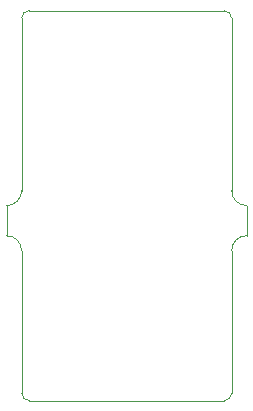
<source format=gbr>
%TF.GenerationSoftware,KiCad,Pcbnew,5.1.4-e60b266~84~ubuntu19.04.1*%
%TF.CreationDate,2020-03-25T19:35:05+00:00*%
%TF.ProjectId,ProMicro_UART,50726f4d-6963-4726-9f5f-554152542e6b,v1.2*%
%TF.SameCoordinates,Original*%
%TF.FileFunction,Profile,NP*%
%FSLAX45Y45*%
G04 Gerber Fmt 4.5, Leading zero omitted, Abs format (unit mm)*
G04 Created by KiCad (PCBNEW 5.1.4-e60b266~84~ubuntu19.04.1) date 2020-03-25 19:35:05*
%MOMM*%
%LPD*%
G04 APERTURE LIST*
%ADD10C,0.100000*%
G04 APERTURE END LIST*
D10*
X10033000Y-7302500D02*
X10033000Y-8763000D01*
X10033000Y-9271000D02*
X10033000Y-10477500D01*
X9906000Y-9144000D02*
G75*
G02X10033000Y-9271000I0J-127000D01*
G01*
X10033000Y-8763000D02*
G75*
G02X9906000Y-8890000I-127000J0D01*
G01*
X9906000Y-9144000D02*
X9906000Y-8890000D01*
X11811000Y-7302500D02*
X11811000Y-8763000D01*
X11938000Y-8890000D02*
X11938000Y-9144000D01*
X11811000Y-9271000D02*
G75*
G02X11938000Y-9144000I127000J0D01*
G01*
X11938000Y-8890000D02*
G75*
G02X11811000Y-8763000I0J127000D01*
G01*
X10096500Y-10541000D02*
G75*
G02X10033000Y-10477500I0J63500D01*
G01*
X11811000Y-10477500D02*
G75*
G02X11747500Y-10541000I-63500J0D01*
G01*
X11747500Y-7239000D02*
G75*
G02X11811000Y-7302500I0J-63500D01*
G01*
X10033000Y-7302500D02*
G75*
G02X10096500Y-7239000I63500J0D01*
G01*
X11747500Y-10541000D02*
X10096500Y-10541000D01*
X11811000Y-9271000D02*
X11811000Y-10477500D01*
X10096500Y-7239000D02*
X11747500Y-7239000D01*
M02*

</source>
